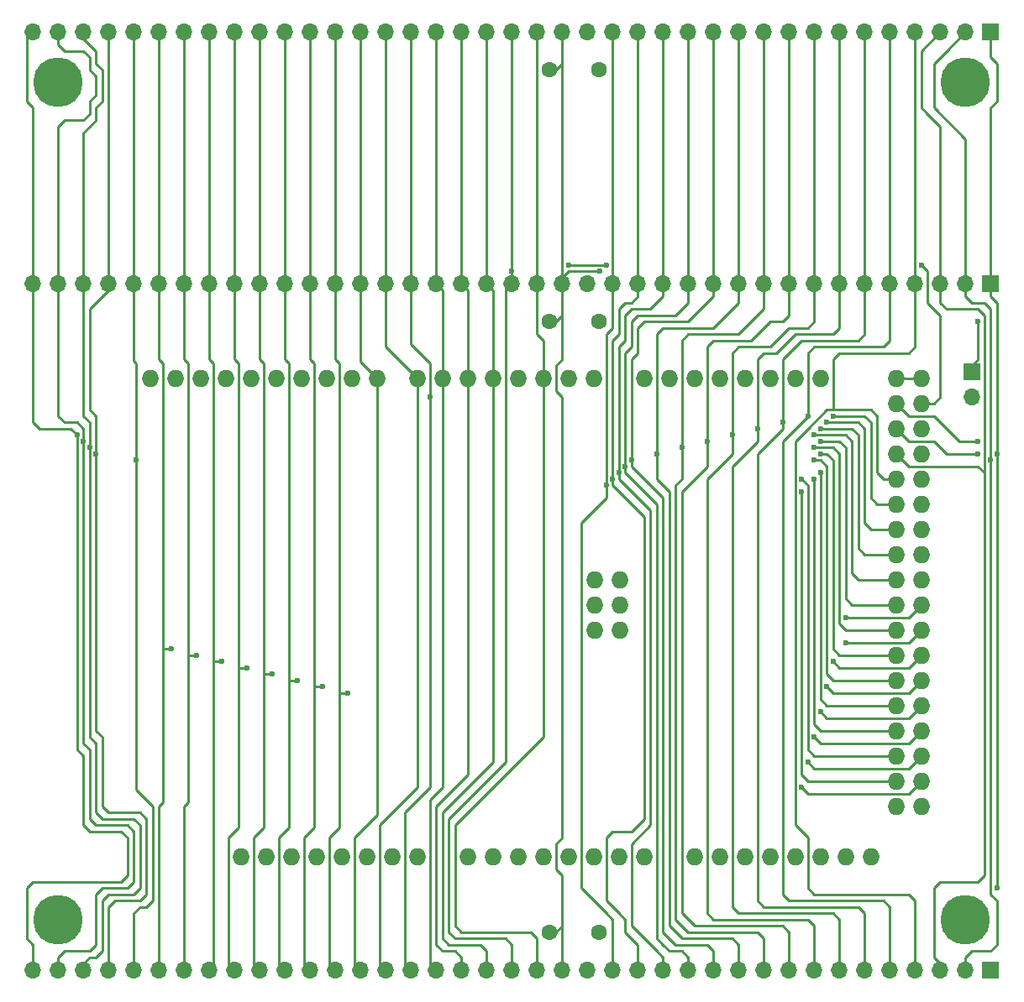
<source format=gtl>
G04 #@! TF.FileFunction,Copper,L1,Top,Signal*
%FSLAX46Y46*%
G04 Gerber Fmt 4.6, Leading zero omitted, Abs format (unit mm)*
G04 Created by KiCad (PCBNEW 4.0.7) date 11/28/19 15:57:59*
%MOMM*%
%LPD*%
G01*
G04 APERTURE LIST*
%ADD10C,0.100000*%
%ADD11R,1.700000X1.700000*%
%ADD12O,1.700000X1.700000*%
%ADD13C,5.000000*%
%ADD14O,1.727200X1.727200*%
%ADD15C,1.600000*%
%ADD16C,0.600000*%
%ADD17C,0.250000*%
G04 APERTURE END LIST*
D10*
D11*
X198120000Y-145415000D03*
D12*
X195580000Y-145415000D03*
X193040000Y-145415000D03*
X190500000Y-145415000D03*
X187960000Y-145415000D03*
X185420000Y-145415000D03*
X182880000Y-145415000D03*
X180340000Y-145415000D03*
X177800000Y-145415000D03*
X175260000Y-145415000D03*
X172720000Y-145415000D03*
X170180000Y-145415000D03*
X167640000Y-145415000D03*
X165100000Y-145415000D03*
X162560000Y-145415000D03*
X160020000Y-145415000D03*
X157480000Y-145415000D03*
X154940000Y-145415000D03*
X152400000Y-145415000D03*
X149860000Y-145415000D03*
X147320000Y-145415000D03*
X144780000Y-145415000D03*
X142240000Y-145415000D03*
X139700000Y-145415000D03*
X137160000Y-145415000D03*
X134620000Y-145415000D03*
X132080000Y-145415000D03*
X129540000Y-145415000D03*
X127000000Y-145415000D03*
X124460000Y-145415000D03*
X121920000Y-145415000D03*
X119380000Y-145415000D03*
X116840000Y-145415000D03*
X114300000Y-145415000D03*
X111760000Y-145415000D03*
X109220000Y-145415000D03*
X106680000Y-145415000D03*
X104140000Y-145415000D03*
X101600000Y-145415000D03*
D13*
X104140000Y-140335000D03*
X195580000Y-140335000D03*
X195580000Y-55880000D03*
X104140000Y-55880000D03*
D11*
X196215000Y-85090000D03*
D12*
X196215000Y-87630000D03*
D14*
X158242000Y-111125000D03*
X160782000Y-111125000D03*
X160782000Y-108585000D03*
X158242000Y-108585000D03*
X160782000Y-106045000D03*
X145415000Y-133985000D03*
X140335000Y-133985000D03*
X137795000Y-133985000D03*
X135255000Y-133985000D03*
X132715000Y-133985000D03*
X130175000Y-133985000D03*
X127635000Y-133985000D03*
X125095000Y-133985000D03*
X180975000Y-85725000D03*
X178435000Y-85725000D03*
X175895000Y-85725000D03*
X173355000Y-85725000D03*
X170815000Y-85725000D03*
X168275000Y-85725000D03*
X165735000Y-85725000D03*
X163195000Y-85725000D03*
X158115000Y-85725000D03*
X155575000Y-85725000D03*
X153035000Y-85725000D03*
X150495000Y-85725000D03*
X147955000Y-85725000D03*
X145415000Y-85725000D03*
X142875000Y-85725000D03*
X140335000Y-85725000D03*
X121031000Y-85725000D03*
X136271000Y-85725000D03*
X133731000Y-85725000D03*
X131191000Y-85725000D03*
X113411000Y-85725000D03*
X115951000Y-85725000D03*
X118491000Y-85725000D03*
X123571000Y-85725000D03*
X126111000Y-85725000D03*
X128651000Y-85725000D03*
X122555000Y-133985000D03*
X147955000Y-133985000D03*
X150495000Y-133985000D03*
X153035000Y-133985000D03*
X155575000Y-133985000D03*
X158115000Y-133985000D03*
X160655000Y-133985000D03*
X163195000Y-133985000D03*
X168275000Y-133985000D03*
X170815000Y-133985000D03*
X173355000Y-133985000D03*
X175895000Y-133985000D03*
X178435000Y-133985000D03*
X180975000Y-133985000D03*
X183515000Y-133985000D03*
X186055000Y-133985000D03*
X188595000Y-85725000D03*
X191135000Y-85725000D03*
X188595000Y-88265000D03*
X191135000Y-88265000D03*
X188595000Y-90805000D03*
X191135000Y-90805000D03*
X188595000Y-93345000D03*
X191135000Y-93345000D03*
X188595000Y-95885000D03*
X191135000Y-95885000D03*
X188595000Y-98425000D03*
X191135000Y-98425000D03*
X188595000Y-100965000D03*
X191135000Y-100965000D03*
X188595000Y-103505000D03*
X191135000Y-103505000D03*
X188595000Y-106045000D03*
X191135000Y-106045000D03*
X188595000Y-108585000D03*
X191135000Y-108585000D03*
X188595000Y-111125000D03*
X191135000Y-111125000D03*
X188595000Y-113665000D03*
X191135000Y-113665000D03*
X188595000Y-116205000D03*
X191135000Y-116205000D03*
X188595000Y-118745000D03*
X191135000Y-118745000D03*
X188595000Y-121285000D03*
X191135000Y-121285000D03*
X188595000Y-123825000D03*
X191135000Y-123825000D03*
X188595000Y-126365000D03*
X191135000Y-126365000D03*
X188595000Y-128905000D03*
X191135000Y-128905000D03*
X158242000Y-106045000D03*
D11*
X198120000Y-76200000D03*
D12*
X195580000Y-76200000D03*
X193040000Y-76200000D03*
X190500000Y-76200000D03*
X187960000Y-76200000D03*
X185420000Y-76200000D03*
X182880000Y-76200000D03*
X180340000Y-76200000D03*
X177800000Y-76200000D03*
X175260000Y-76200000D03*
X172720000Y-76200000D03*
X170180000Y-76200000D03*
X167640000Y-76200000D03*
X165100000Y-76200000D03*
X162560000Y-76200000D03*
X160020000Y-76200000D03*
X157480000Y-76200000D03*
X154940000Y-76200000D03*
X152400000Y-76200000D03*
X149860000Y-76200000D03*
X147320000Y-76200000D03*
X144780000Y-76200000D03*
X142240000Y-76200000D03*
X139700000Y-76200000D03*
X137160000Y-76200000D03*
X134620000Y-76200000D03*
X132080000Y-76200000D03*
X129540000Y-76200000D03*
X127000000Y-76200000D03*
X124460000Y-76200000D03*
X121920000Y-76200000D03*
X119380000Y-76200000D03*
X116840000Y-76200000D03*
X114300000Y-76200000D03*
X111760000Y-76200000D03*
X109220000Y-76200000D03*
X106680000Y-76200000D03*
X104140000Y-76200000D03*
X101600000Y-76200000D03*
D11*
X198120000Y-50800000D03*
D12*
X195580000Y-50800000D03*
X193040000Y-50800000D03*
X190500000Y-50800000D03*
X187960000Y-50800000D03*
X185420000Y-50800000D03*
X182880000Y-50800000D03*
X180340000Y-50800000D03*
X177800000Y-50800000D03*
X175260000Y-50800000D03*
X172720000Y-50800000D03*
X170180000Y-50800000D03*
X167640000Y-50800000D03*
X165100000Y-50800000D03*
X162560000Y-50800000D03*
X160020000Y-50800000D03*
X157480000Y-50800000D03*
X154940000Y-50800000D03*
X152400000Y-50800000D03*
X149860000Y-50800000D03*
X147320000Y-50800000D03*
X144780000Y-50800000D03*
X142240000Y-50800000D03*
X139700000Y-50800000D03*
X137160000Y-50800000D03*
X134620000Y-50800000D03*
X132080000Y-50800000D03*
X129540000Y-50800000D03*
X127000000Y-50800000D03*
X124460000Y-50800000D03*
X121920000Y-50800000D03*
X119380000Y-50800000D03*
X116840000Y-50800000D03*
X114300000Y-50800000D03*
X111760000Y-50800000D03*
X109220000Y-50800000D03*
X106680000Y-50800000D03*
X104140000Y-50800000D03*
X101600000Y-50800000D03*
D15*
X153670000Y-54610000D03*
X158670000Y-54610000D03*
X153670000Y-80010000D03*
X158670000Y-80010000D03*
X153670000Y-141605000D03*
X158670000Y-141605000D03*
D16*
X158750000Y-74930000D03*
X196850000Y-80010000D03*
X198755000Y-93345000D03*
X196850000Y-92075000D03*
X198755000Y-137160000D03*
X198120000Y-93980000D03*
X196850000Y-93345000D03*
X179705000Y-89535000D03*
X182245000Y-89535000D03*
X177165000Y-90170000D03*
X181610000Y-90170000D03*
X174625000Y-90805000D03*
X180975000Y-90805000D03*
X172085000Y-91440000D03*
X180340000Y-91440000D03*
X169545000Y-92075000D03*
X180975000Y-92075000D03*
X167005000Y-92710000D03*
X180340000Y-92710000D03*
X164465000Y-93345000D03*
X180975000Y-93345000D03*
X161925000Y-93980000D03*
X180340000Y-93980000D03*
X161290000Y-94615000D03*
X180975000Y-95250000D03*
X160655000Y-95250000D03*
X180340000Y-95885000D03*
X160020000Y-95885000D03*
X179070000Y-95885000D03*
X159385000Y-96520000D03*
X179070000Y-97155000D03*
X141605000Y-87630000D03*
X133350000Y-117475000D03*
X179070000Y-127000000D03*
X130810000Y-116840000D03*
X179705000Y-124460000D03*
X128270000Y-116205000D03*
X180340000Y-121920000D03*
X180975000Y-119380000D03*
X125730000Y-115570000D03*
X181610000Y-116840000D03*
X123190000Y-114935000D03*
X182245000Y-114300000D03*
X120650000Y-114300000D03*
X183515000Y-112395000D03*
X118110000Y-113665000D03*
X183515000Y-109855000D03*
X115570000Y-113030000D03*
X149860000Y-74930000D03*
X155575000Y-74295000D03*
X159385000Y-74295000D03*
X191135000Y-74295000D03*
X112014000Y-93980000D03*
X107950000Y-93345000D03*
X107315000Y-92710000D03*
X106680000Y-92075000D03*
X106045000Y-91440000D03*
D17*
X155575000Y-74930000D02*
X158750000Y-74930000D01*
X154940000Y-75565000D02*
X155575000Y-74930000D01*
X154940000Y-76200000D02*
X154940000Y-75565000D01*
X196850000Y-83820000D02*
X196215000Y-84455000D01*
X196850000Y-80010000D02*
X196850000Y-83820000D01*
X196215000Y-84455000D02*
X196215000Y-85090000D01*
X153670000Y-141605000D02*
X154305000Y-141605000D01*
X154305000Y-141605000D02*
X154940000Y-140970000D01*
X154940000Y-87630000D02*
X154940000Y-132080000D01*
X154940000Y-83820000D02*
X154305000Y-84455000D01*
X154305000Y-84455000D02*
X154305000Y-86995000D01*
X154305000Y-86995000D02*
X154940000Y-87630000D01*
X154940000Y-79375000D02*
X154940000Y-83820000D01*
X154940000Y-135890000D02*
X154940000Y-140970000D01*
X154940000Y-140970000D02*
X154940000Y-142875000D01*
X154305000Y-135255000D02*
X154940000Y-135890000D01*
X154305000Y-132715000D02*
X154305000Y-135255000D01*
X154940000Y-132080000D02*
X154305000Y-132715000D01*
X153670000Y-80010000D02*
X154305000Y-80010000D01*
X154305000Y-80010000D02*
X154940000Y-79375000D01*
X154940000Y-79375000D02*
X154940000Y-78740000D01*
X153670000Y-54610000D02*
X154305000Y-54610000D01*
X154305000Y-54610000D02*
X154940000Y-53975000D01*
X154940000Y-76200000D02*
X154940000Y-74930000D01*
X154940000Y-74930000D02*
X154940000Y-53975000D01*
X154940000Y-53975000D02*
X154940000Y-53340000D01*
X154940000Y-50800000D02*
X154940000Y-53340000D01*
X154940000Y-76200000D02*
X154940000Y-78740000D01*
X154940000Y-145415000D02*
X154940000Y-142875000D01*
X191770000Y-89535000D02*
X192405000Y-89535000D01*
X192405000Y-89535000D02*
X194945000Y-92075000D01*
X196850000Y-92075000D02*
X194945000Y-92075000D01*
X188595000Y-88265000D02*
X189865000Y-89535000D01*
X189865000Y-89535000D02*
X191770000Y-89535000D01*
X188595000Y-88265000D02*
X188595000Y-87630000D01*
X198755000Y-93345000D02*
X198755000Y-137160000D01*
X198120000Y-76200000D02*
X198120000Y-77470000D01*
X198755000Y-78105000D02*
X198755000Y-93345000D01*
X198755000Y-78105000D02*
X198120000Y-77470000D01*
X198120000Y-53340000D02*
X198755000Y-53975000D01*
X198755000Y-57785000D02*
X198120000Y-58420000D01*
X198755000Y-53975000D02*
X198755000Y-57785000D01*
X198120000Y-76200000D02*
X198120000Y-58420000D01*
X198120000Y-53340000D02*
X198120000Y-50800000D01*
X191770000Y-92075000D02*
X192405000Y-92075000D01*
X192405000Y-92075000D02*
X193675000Y-93345000D01*
X196850000Y-93345000D02*
X193675000Y-93345000D01*
X188595000Y-90805000D02*
X189865000Y-92075000D01*
X189865000Y-92075000D02*
X191770000Y-92075000D01*
X198120000Y-137795000D02*
X198120000Y-93980000D01*
X198120000Y-93980000D02*
X198120000Y-78740000D01*
X195580000Y-144145000D02*
X196215000Y-143510000D01*
X196215000Y-143510000D02*
X198120000Y-143510000D01*
X198120000Y-143510000D02*
X198755000Y-142875000D01*
X198755000Y-142875000D02*
X198755000Y-138430000D01*
X198755000Y-138430000D02*
X198120000Y-137795000D01*
X195580000Y-145415000D02*
X195580000Y-144145000D01*
X195580000Y-77470000D02*
X195580000Y-76200000D01*
X196215000Y-78105000D02*
X195580000Y-77470000D01*
X197485000Y-78105000D02*
X196215000Y-78105000D01*
X198120000Y-78740000D02*
X197485000Y-78105000D01*
X193675000Y-52705000D02*
X192405000Y-53975000D01*
X192405000Y-53975000D02*
X192405000Y-58420000D01*
X195580000Y-50800000D02*
X193675000Y-52705000D01*
X192405000Y-58420000D02*
X195580000Y-61595000D01*
X195580000Y-76200000D02*
X195580000Y-61595000D01*
X188595000Y-93345000D02*
X189865000Y-94615000D01*
X196850000Y-94615000D02*
X197485000Y-95250000D01*
X189865000Y-94615000D02*
X196850000Y-94615000D01*
X197485000Y-135890000D02*
X197485000Y-95250000D01*
X197485000Y-95250000D02*
X197485000Y-79375000D01*
X196850000Y-136525000D02*
X197485000Y-135890000D01*
X193040000Y-136525000D02*
X196850000Y-136525000D01*
X192405000Y-137160000D02*
X193040000Y-136525000D01*
X192405000Y-144145000D02*
X192405000Y-137160000D01*
X193040000Y-144780000D02*
X192405000Y-144145000D01*
X193040000Y-78105000D02*
X193040000Y-76200000D01*
X193675000Y-78740000D02*
X193040000Y-78105000D01*
X196850000Y-78740000D02*
X193675000Y-78740000D01*
X197485000Y-79375000D02*
X196850000Y-78740000D01*
X193040000Y-145415000D02*
X193040000Y-144780000D01*
X191770000Y-59055000D02*
X193040000Y-60325000D01*
X191135000Y-58420000D02*
X191770000Y-59055000D01*
X191135000Y-53340000D02*
X191135000Y-58420000D01*
X193040000Y-76200000D02*
X193040000Y-60325000D01*
X191135000Y-52705000D02*
X193040000Y-50800000D01*
X191135000Y-53340000D02*
X191135000Y-52705000D01*
X179705000Y-90805000D02*
X178435000Y-92075000D01*
X178435000Y-130810000D02*
X179705000Y-132080000D01*
X178435000Y-92075000D02*
X178435000Y-130810000D01*
X182245000Y-88900000D02*
X181610000Y-88900000D01*
X182245000Y-88265000D02*
X182245000Y-88900000D01*
X186690000Y-89535000D02*
X186055000Y-88900000D01*
X187325000Y-95885000D02*
X186690000Y-95250000D01*
X186690000Y-95250000D02*
X186690000Y-89535000D01*
X188595000Y-95885000D02*
X187325000Y-95885000D01*
X186055000Y-88900000D02*
X182245000Y-88900000D01*
X190500000Y-78105000D02*
X190500000Y-82550000D01*
X182880000Y-83185000D02*
X182245000Y-83820000D01*
X189865000Y-83185000D02*
X182880000Y-83185000D01*
X190500000Y-82550000D02*
X189865000Y-83185000D01*
X190500000Y-76200000D02*
X190500000Y-50800000D01*
X179705000Y-132080000D02*
X179705000Y-137160000D01*
X181610000Y-88900000D02*
X179705000Y-90805000D01*
X190500000Y-138430000D02*
X190500000Y-145415000D01*
X189865000Y-137795000D02*
X190500000Y-138430000D01*
X180340000Y-137795000D02*
X189865000Y-137795000D01*
X179705000Y-137160000D02*
X180340000Y-137795000D01*
X190500000Y-76200000D02*
X190500000Y-78105000D01*
X182245000Y-83820000D02*
X182245000Y-87630000D01*
X182245000Y-87630000D02*
X182245000Y-88265000D01*
X186055000Y-96520000D02*
X186055000Y-97790000D01*
X186690000Y-98425000D02*
X187325000Y-98425000D01*
X186055000Y-97790000D02*
X186690000Y-98425000D01*
X186055000Y-90170000D02*
X185420000Y-89535000D01*
X182245000Y-89535000D02*
X185420000Y-89535000D01*
X186055000Y-96520000D02*
X186055000Y-90170000D01*
X188595000Y-98425000D02*
X187325000Y-98425000D01*
X187960000Y-77470000D02*
X187960000Y-81915000D01*
X179705000Y-87630000D02*
X179705000Y-88900000D01*
X180340000Y-82550000D02*
X179705000Y-83185000D01*
X179705000Y-83185000D02*
X179705000Y-87630000D01*
X187960000Y-76200000D02*
X187960000Y-77470000D01*
X187960000Y-81915000D02*
X187325000Y-82550000D01*
X187325000Y-82550000D02*
X180340000Y-82550000D01*
X177165000Y-135255000D02*
X177165000Y-137795000D01*
X179705000Y-89535000D02*
X177165000Y-92075000D01*
X177165000Y-92075000D02*
X177165000Y-96520000D01*
X179705000Y-88900000D02*
X179705000Y-89535000D01*
X177165000Y-96520000D02*
X177165000Y-135255000D01*
X187960000Y-139065000D02*
X187960000Y-145415000D01*
X187325000Y-138430000D02*
X187960000Y-139065000D01*
X177800000Y-138430000D02*
X187325000Y-138430000D01*
X177165000Y-137795000D02*
X177800000Y-138430000D01*
X187960000Y-50800000D02*
X187960000Y-76200000D01*
X185420000Y-97155000D02*
X185420000Y-100330000D01*
X186055000Y-100965000D02*
X186690000Y-100965000D01*
X185420000Y-100330000D02*
X186055000Y-100965000D01*
X185420000Y-97155000D02*
X185420000Y-90805000D01*
X184785000Y-90170000D02*
X181610000Y-90170000D01*
X185420000Y-90805000D02*
X184785000Y-90170000D01*
X188595000Y-100965000D02*
X186690000Y-100965000D01*
X177800000Y-83185000D02*
X179070000Y-81915000D01*
X177165000Y-83820000D02*
X177800000Y-83185000D01*
X177165000Y-84455000D02*
X177165000Y-89535000D01*
X177165000Y-84455000D02*
X177165000Y-83820000D01*
X184785000Y-81915000D02*
X179705000Y-81915000D01*
X185420000Y-81280000D02*
X184785000Y-81915000D01*
X185420000Y-76200000D02*
X185420000Y-81280000D01*
X179070000Y-81915000D02*
X179705000Y-81915000D01*
X174625000Y-135255000D02*
X174625000Y-138430000D01*
X174625000Y-138430000D02*
X175260000Y-139065000D01*
X175260000Y-139065000D02*
X184785000Y-139065000D01*
X184785000Y-139065000D02*
X185420000Y-139700000D01*
X185420000Y-139700000D02*
X185420000Y-145415000D01*
X174625000Y-97155000D02*
X174625000Y-135255000D01*
X174625000Y-93345000D02*
X174625000Y-97155000D01*
X177165000Y-90170000D02*
X177165000Y-90805000D01*
X177165000Y-90805000D02*
X174625000Y-93345000D01*
X177165000Y-89535000D02*
X177165000Y-90170000D01*
X185420000Y-76200000D02*
X185420000Y-50800000D01*
X184785000Y-97790000D02*
X184785000Y-102870000D01*
X185420000Y-103505000D02*
X186055000Y-103505000D01*
X184785000Y-102870000D02*
X185420000Y-103505000D01*
X184785000Y-97790000D02*
X184785000Y-91440000D01*
X184150000Y-90805000D02*
X180975000Y-90805000D01*
X184785000Y-91440000D02*
X184150000Y-90805000D01*
X188595000Y-103505000D02*
X186055000Y-103505000D01*
X182880000Y-76200000D02*
X182880000Y-80645000D01*
X178435000Y-81280000D02*
X176530000Y-83185000D01*
X174625000Y-83820000D02*
X174625000Y-89535000D01*
X176530000Y-83185000D02*
X175260000Y-83185000D01*
X175260000Y-83185000D02*
X174625000Y-83820000D01*
X182880000Y-80645000D02*
X182245000Y-81280000D01*
X182245000Y-81280000D02*
X178435000Y-81280000D01*
X172085000Y-135890000D02*
X172085000Y-139065000D01*
X172085000Y-97790000D02*
X172085000Y-135890000D01*
X172085000Y-94615000D02*
X172085000Y-97790000D01*
X174625000Y-92075000D02*
X172085000Y-94615000D01*
X174625000Y-90805000D02*
X174625000Y-92075000D01*
X182880000Y-140335000D02*
X182880000Y-145415000D01*
X182245000Y-139700000D02*
X182880000Y-140335000D01*
X172720000Y-139700000D02*
X182245000Y-139700000D01*
X172085000Y-139065000D02*
X172720000Y-139700000D01*
X174625000Y-90170000D02*
X174625000Y-90805000D01*
X174625000Y-89535000D02*
X174625000Y-90170000D01*
X182880000Y-76835000D02*
X182880000Y-76200000D01*
X182880000Y-50800000D02*
X182880000Y-76200000D01*
X184150000Y-98425000D02*
X184150000Y-105410000D01*
X184785000Y-106045000D02*
X185420000Y-106045000D01*
X184150000Y-105410000D02*
X184785000Y-106045000D01*
X184150000Y-98425000D02*
X184150000Y-92075000D01*
X188595000Y-106045000D02*
X185420000Y-106045000D01*
X183515000Y-91440000D02*
X180340000Y-91440000D01*
X184150000Y-92075000D02*
X183515000Y-91440000D01*
X180340000Y-78105000D02*
X180340000Y-80010000D01*
X179705000Y-80645000D02*
X177800000Y-80645000D01*
X180340000Y-80010000D02*
X179705000Y-80645000D01*
X170180000Y-140335000D02*
X179705000Y-140335000D01*
X169545000Y-139700000D02*
X170180000Y-140335000D01*
X172085000Y-91440000D02*
X172085000Y-93345000D01*
X169545000Y-98425000D02*
X169545000Y-132715000D01*
X169545000Y-95885000D02*
X169545000Y-98425000D01*
X172085000Y-93345000D02*
X169545000Y-95885000D01*
X169545000Y-132715000D02*
X169545000Y-139700000D01*
X180340000Y-140970000D02*
X180340000Y-145415000D01*
X179705000Y-140335000D02*
X180340000Y-140970000D01*
X175895000Y-82550000D02*
X177800000Y-80645000D01*
X172085000Y-83185000D02*
X172085000Y-89535000D01*
X172085000Y-89535000D02*
X172085000Y-90170000D01*
X172085000Y-90170000D02*
X172085000Y-91440000D01*
X172720000Y-82550000D02*
X172085000Y-83185000D01*
X175895000Y-82550000D02*
X172720000Y-82550000D01*
X180340000Y-76200000D02*
X180340000Y-78105000D01*
X180340000Y-76200000D02*
X180340000Y-50800000D01*
X188595000Y-108585000D02*
X184150000Y-108585000D01*
X182880000Y-92075000D02*
X180975000Y-92075000D01*
X183515000Y-92710000D02*
X182880000Y-92075000D01*
X183515000Y-107950000D02*
X183515000Y-92710000D01*
X184150000Y-108585000D02*
X183515000Y-107950000D01*
X177165000Y-80010000D02*
X175895000Y-80010000D01*
X175895000Y-80010000D02*
X173990000Y-81915000D01*
X177800000Y-79375000D02*
X177165000Y-80010000D01*
X167005000Y-135890000D02*
X167005000Y-139700000D01*
X169545000Y-88265000D02*
X169545000Y-92075000D01*
X169545000Y-92075000D02*
X169545000Y-94615000D01*
X173990000Y-81915000D02*
X170180000Y-81915000D01*
X170180000Y-81915000D02*
X169545000Y-82550000D01*
X169545000Y-82550000D02*
X169545000Y-88265000D01*
X177800000Y-76200000D02*
X177800000Y-79375000D01*
X169545000Y-94615000D02*
X167005000Y-97155000D01*
X167005000Y-135890000D02*
X167005000Y-97155000D01*
X177800000Y-141605000D02*
X177800000Y-145415000D01*
X177165000Y-140970000D02*
X177800000Y-141605000D01*
X168275000Y-140970000D02*
X177165000Y-140970000D01*
X167005000Y-139700000D02*
X168275000Y-140970000D01*
X177800000Y-50800000D02*
X177800000Y-76200000D01*
X188595000Y-111125000D02*
X183515000Y-111125000D01*
X182245000Y-92710000D02*
X180340000Y-92710000D01*
X182880000Y-93345000D02*
X182245000Y-92710000D01*
X182880000Y-110490000D02*
X182880000Y-93345000D01*
X183515000Y-111125000D02*
X182880000Y-110490000D01*
X175260000Y-78740000D02*
X172720000Y-81280000D01*
X166370000Y-118745000D02*
X166370000Y-140335000D01*
X166370000Y-96520000D02*
X167005000Y-95885000D01*
X175260000Y-76200000D02*
X175260000Y-78740000D01*
X167005000Y-81915000D02*
X167005000Y-88265000D01*
X167640000Y-81280000D02*
X167005000Y-81915000D01*
X172720000Y-81280000D02*
X167640000Y-81280000D01*
X167005000Y-88265000D02*
X167005000Y-92710000D01*
X167005000Y-92710000D02*
X167005000Y-95885000D01*
X166370000Y-118745000D02*
X166370000Y-96520000D01*
X175260000Y-142240000D02*
X175260000Y-145415000D01*
X174625000Y-141605000D02*
X175260000Y-142240000D01*
X167640000Y-141605000D02*
X174625000Y-141605000D01*
X166370000Y-140335000D02*
X167640000Y-141605000D01*
X175260000Y-76200000D02*
X175260000Y-50800000D01*
X188595000Y-113665000D02*
X182880000Y-113665000D01*
X181610000Y-93345000D02*
X180975000Y-93345000D01*
X182245000Y-93980000D02*
X181610000Y-93345000D01*
X182245000Y-113030000D02*
X182245000Y-93980000D01*
X182880000Y-113665000D02*
X182245000Y-113030000D01*
X172720000Y-78105000D02*
X170180000Y-80645000D01*
X164465000Y-83185000D02*
X164465000Y-81280000D01*
X164465000Y-81280000D02*
X165100000Y-80645000D01*
X165100000Y-80645000D02*
X170180000Y-80645000D01*
X165735000Y-140970000D02*
X165735000Y-97155000D01*
X172720000Y-142875000D02*
X172085000Y-142240000D01*
X172085000Y-142240000D02*
X167005000Y-142240000D01*
X167005000Y-142240000D02*
X165735000Y-140970000D01*
X172720000Y-145415000D02*
X172720000Y-142875000D01*
X164465000Y-95885000D02*
X164465000Y-93345000D01*
X164465000Y-93345000D02*
X164465000Y-83185000D01*
X165735000Y-97155000D02*
X164465000Y-95885000D01*
X172720000Y-78105000D02*
X172720000Y-76200000D01*
X172720000Y-50800000D02*
X172720000Y-76200000D01*
X188595000Y-116205000D02*
X182245000Y-116205000D01*
X180975000Y-93980000D02*
X180340000Y-93980000D01*
X181610000Y-94615000D02*
X180975000Y-93980000D01*
X181610000Y-115570000D02*
X181610000Y-94615000D01*
X182245000Y-116205000D02*
X181610000Y-115570000D01*
X167640000Y-80010000D02*
X170180000Y-77470000D01*
X165100000Y-97790000D02*
X165100000Y-141605000D01*
X161925000Y-94615000D02*
X165100000Y-97790000D01*
X170180000Y-76200000D02*
X170180000Y-77470000D01*
X161925000Y-83820000D02*
X161925000Y-86995000D01*
X162560000Y-83185000D02*
X161925000Y-83820000D01*
X162560000Y-80645000D02*
X162560000Y-83185000D01*
X163195000Y-80010000D02*
X162560000Y-80645000D01*
X167640000Y-80010000D02*
X163195000Y-80010000D01*
X161925000Y-86995000D02*
X161925000Y-93980000D01*
X161925000Y-93980000D02*
X161925000Y-94615000D01*
X170180000Y-143510000D02*
X170180000Y-145415000D01*
X169545000Y-142875000D02*
X170180000Y-143510000D01*
X166370000Y-142875000D02*
X169545000Y-142875000D01*
X165100000Y-141605000D02*
X166370000Y-142875000D01*
X170180000Y-76200000D02*
X170180000Y-50800000D01*
X188595000Y-118745000D02*
X181610000Y-118745000D01*
X180975000Y-118110000D02*
X180975000Y-95250000D01*
X181610000Y-118745000D02*
X180975000Y-118110000D01*
X167640000Y-78105000D02*
X166370000Y-79375000D01*
X165100000Y-142875000D02*
X165735000Y-143510000D01*
X167005000Y-143510000D02*
X167640000Y-144145000D01*
X165735000Y-143510000D02*
X167005000Y-143510000D01*
X164465000Y-135255000D02*
X164465000Y-141605000D01*
X161290000Y-95250000D02*
X164465000Y-98425000D01*
X164465000Y-98425000D02*
X164465000Y-135255000D01*
X167640000Y-76200000D02*
X167640000Y-78105000D01*
X161290000Y-83185000D02*
X161290000Y-86995000D01*
X161925000Y-82550000D02*
X161290000Y-83185000D01*
X161925000Y-80010000D02*
X161925000Y-82550000D01*
X162560000Y-79375000D02*
X161925000Y-80010000D01*
X166370000Y-79375000D02*
X162560000Y-79375000D01*
X161290000Y-86995000D02*
X161290000Y-94615000D01*
X161290000Y-94615000D02*
X161290000Y-95250000D01*
X167640000Y-144145000D02*
X167640000Y-145415000D01*
X164465000Y-142240000D02*
X165100000Y-142875000D01*
X164465000Y-141605000D02*
X164465000Y-142240000D01*
X167640000Y-50800000D02*
X167640000Y-76200000D01*
X188595000Y-121285000D02*
X180975000Y-121285000D01*
X180340000Y-120650000D02*
X180340000Y-95885000D01*
X180975000Y-121285000D02*
X180340000Y-120650000D01*
X165100000Y-77470000D02*
X163830000Y-78740000D01*
X165100000Y-76200000D02*
X165100000Y-77470000D01*
X163830000Y-78740000D02*
X161925000Y-78740000D01*
X161925000Y-139065000D02*
X161925000Y-140970000D01*
X161925000Y-140970000D02*
X164465000Y-143510000D01*
X160655000Y-86995000D02*
X160655000Y-95250000D01*
X160655000Y-95250000D02*
X160655000Y-95885000D01*
X161925000Y-78740000D02*
X161290000Y-79375000D01*
X161290000Y-79375000D02*
X161290000Y-81915000D01*
X161290000Y-81915000D02*
X160655000Y-82550000D01*
X160655000Y-82550000D02*
X160655000Y-86995000D01*
X165100000Y-144145000D02*
X165100000Y-145415000D01*
X164465000Y-143510000D02*
X165100000Y-144145000D01*
X161925000Y-132715000D02*
X161925000Y-139065000D01*
X163830000Y-130810000D02*
X161925000Y-132715000D01*
X163830000Y-99060000D02*
X163830000Y-130810000D01*
X160655000Y-95885000D02*
X163830000Y-99060000D01*
X165100000Y-76200000D02*
X165100000Y-50800000D01*
X179705000Y-118745000D02*
X179705000Y-96520000D01*
X180340000Y-123825000D02*
X179705000Y-123190000D01*
X179705000Y-123190000D02*
X179705000Y-118745000D01*
X188595000Y-123825000D02*
X180340000Y-123825000D01*
X179705000Y-96520000D02*
X179070000Y-95885000D01*
X162560000Y-76200000D02*
X162560000Y-77470000D01*
X162560000Y-77470000D02*
X161925000Y-78105000D01*
X161925000Y-78105000D02*
X161290000Y-78105000D01*
X161290000Y-78105000D02*
X160655000Y-78740000D01*
X160655000Y-139700000D02*
X161290000Y-140335000D01*
X161290000Y-140335000D02*
X161290000Y-141605000D01*
X162560000Y-145415000D02*
X162560000Y-142875000D01*
X162560000Y-142875000D02*
X161290000Y-141605000D01*
X159385000Y-137795000D02*
X159385000Y-138430000D01*
X159385000Y-138430000D02*
X160655000Y-139700000D01*
X163195000Y-99695000D02*
X163195000Y-130175000D01*
X160020000Y-96520000D02*
X163195000Y-99695000D01*
X160020000Y-81915000D02*
X160020000Y-86995000D01*
X160655000Y-81280000D02*
X160020000Y-81915000D01*
X160655000Y-78740000D02*
X160655000Y-81280000D01*
X160020000Y-86995000D02*
X160020000Y-95885000D01*
X160020000Y-95885000D02*
X160020000Y-96520000D01*
X159385000Y-132080000D02*
X159385000Y-137795000D01*
X160020000Y-131445000D02*
X159385000Y-132080000D01*
X161925000Y-131445000D02*
X160020000Y-131445000D01*
X163195000Y-130175000D02*
X161925000Y-131445000D01*
X162560000Y-144780000D02*
X162560000Y-145415000D01*
X162560000Y-50800000D02*
X162560000Y-76200000D01*
X179070000Y-99695000D02*
X179070000Y-97155000D01*
X179705000Y-126365000D02*
X179070000Y-125730000D01*
X179070000Y-125730000D02*
X179070000Y-99695000D01*
X188595000Y-126365000D02*
X179705000Y-126365000D01*
X159385000Y-86995000D02*
X159385000Y-96520000D01*
X159385000Y-96520000D02*
X159385000Y-97790000D01*
X159385000Y-97790000D02*
X156845000Y-100330000D01*
X156845000Y-137160000D02*
X159385000Y-139700000D01*
X156845000Y-137160000D02*
X156845000Y-100330000D01*
X160020000Y-140335000D02*
X160020000Y-145415000D01*
X160020000Y-140335000D02*
X159385000Y-139700000D01*
X159385000Y-83185000D02*
X159385000Y-86995000D01*
X160020000Y-76200000D02*
X160020000Y-80645000D01*
X159385000Y-83185000D02*
X159385000Y-81915000D01*
X159385000Y-81280000D02*
X160020000Y-80645000D01*
X159385000Y-81915000D02*
X159385000Y-81280000D01*
X160020000Y-76200000D02*
X160020000Y-50800000D01*
X145415000Y-85725000D02*
X145415000Y-125730000D01*
X144780000Y-144145000D02*
X144780000Y-145415000D01*
X144145000Y-143510000D02*
X144780000Y-144145000D01*
X142875000Y-143510000D02*
X144145000Y-143510000D01*
X142240000Y-142875000D02*
X142875000Y-143510000D01*
X142240000Y-128905000D02*
X142240000Y-142875000D01*
X145415000Y-125730000D02*
X142240000Y-128905000D01*
X145415000Y-85725000D02*
X145415000Y-76835000D01*
X145415000Y-76835000D02*
X144780000Y-76200000D01*
X144780000Y-50800000D02*
X144780000Y-76200000D01*
X141605000Y-136525000D02*
X141605000Y-144780000D01*
X142875000Y-127000000D02*
X141605000Y-128270000D01*
X141605000Y-128270000D02*
X141605000Y-136525000D01*
X142875000Y-85725000D02*
X142875000Y-127000000D01*
X141605000Y-144780000D02*
X142240000Y-145415000D01*
X142875000Y-85725000D02*
X142875000Y-76835000D01*
X142875000Y-76835000D02*
X142240000Y-76200000D01*
X142240000Y-76200000D02*
X142240000Y-50800000D01*
X141605000Y-87503000D02*
X141605000Y-87630000D01*
X141605000Y-87630000D02*
X141605000Y-127000000D01*
X139700000Y-82296000D02*
X141605000Y-84201000D01*
X141605000Y-84201000D02*
X141605000Y-87503000D01*
X139700000Y-76200000D02*
X139700000Y-82296000D01*
X139065000Y-144780000D02*
X139700000Y-145415000D01*
X139065000Y-129540000D02*
X139065000Y-144780000D01*
X141605000Y-127000000D02*
X139065000Y-129540000D01*
X139700000Y-50800000D02*
X139700000Y-76200000D01*
X140335000Y-85725000D02*
X140335000Y-127000000D01*
X136525000Y-144780000D02*
X137160000Y-145415000D01*
X136525000Y-130810000D02*
X136525000Y-144780000D01*
X140335000Y-127000000D02*
X136525000Y-130810000D01*
X137160000Y-76200000D02*
X137160000Y-82550000D01*
X137160000Y-82550000D02*
X140335000Y-85725000D01*
X137160000Y-76200000D02*
X137160000Y-50800000D01*
X136271000Y-85725000D02*
X136271000Y-129794000D01*
X133985000Y-144780000D02*
X134620000Y-145415000D01*
X133985000Y-132080000D02*
X133985000Y-144780000D01*
X136271000Y-129794000D02*
X133985000Y-132080000D01*
X134620000Y-76200000D02*
X134620000Y-84074000D01*
X134620000Y-84074000D02*
X136271000Y-85725000D01*
X134620000Y-50800000D02*
X134620000Y-76200000D01*
X132461000Y-117475000D02*
X133350000Y-117475000D01*
X189865000Y-127635000D02*
X191135000Y-126365000D01*
X179705000Y-127635000D02*
X179070000Y-127000000D01*
X189865000Y-127635000D02*
X179705000Y-127635000D01*
X132461000Y-87503000D02*
X132461000Y-117475000D01*
X132461000Y-117475000D02*
X132461000Y-131064000D01*
X132080000Y-83820000D02*
X132461000Y-84201000D01*
X132461000Y-84201000D02*
X132461000Y-87503000D01*
X132080000Y-76200000D02*
X132080000Y-83820000D01*
X131445000Y-144780000D02*
X132080000Y-145415000D01*
X131445000Y-132080000D02*
X131445000Y-144780000D01*
X132461000Y-131064000D02*
X131445000Y-132080000D01*
X132080000Y-76200000D02*
X132080000Y-50800000D01*
X129921000Y-116840000D02*
X130810000Y-116840000D01*
X189865000Y-125095000D02*
X191135000Y-123825000D01*
X180340000Y-125095000D02*
X179705000Y-124460000D01*
X189865000Y-125095000D02*
X180340000Y-125095000D01*
X129921000Y-87503000D02*
X129921000Y-116840000D01*
X129921000Y-116840000D02*
X129921000Y-131064000D01*
X129540000Y-83820000D02*
X129921000Y-84201000D01*
X129921000Y-84201000D02*
X129921000Y-87503000D01*
X129540000Y-76200000D02*
X129540000Y-83820000D01*
X128905000Y-144780000D02*
X129540000Y-145415000D01*
X128905000Y-132080000D02*
X128905000Y-144780000D01*
X129921000Y-131064000D02*
X128905000Y-132080000D01*
X129540000Y-50800000D02*
X129540000Y-76200000D01*
X127381000Y-116205000D02*
X128270000Y-116205000D01*
X189865000Y-122555000D02*
X191135000Y-121285000D01*
X180975000Y-122555000D02*
X180340000Y-121920000D01*
X189865000Y-122555000D02*
X180975000Y-122555000D01*
X126365000Y-135255000D02*
X126365000Y-144780000D01*
X127381000Y-131064000D02*
X126365000Y-132080000D01*
X126365000Y-132080000D02*
X126365000Y-135255000D01*
X127000000Y-76200000D02*
X127000000Y-83820000D01*
X127381000Y-84201000D02*
X127381000Y-87503000D01*
X127000000Y-83820000D02*
X127381000Y-84201000D01*
X127381000Y-87503000D02*
X127381000Y-116205000D01*
X127381000Y-116205000D02*
X127381000Y-131064000D01*
X126365000Y-144780000D02*
X127000000Y-145415000D01*
X127000000Y-76200000D02*
X127000000Y-50800000D01*
X124841000Y-115570000D02*
X125730000Y-115570000D01*
X189865000Y-120015000D02*
X181610000Y-120015000D01*
X181610000Y-120015000D02*
X180975000Y-119380000D01*
X189865000Y-120015000D02*
X191135000Y-118745000D01*
X123825000Y-135890000D02*
X123825000Y-144780000D01*
X124841000Y-131064000D02*
X123825000Y-132080000D01*
X123825000Y-132080000D02*
X123825000Y-135890000D01*
X124460000Y-76200000D02*
X124460000Y-83820000D01*
X124841000Y-84201000D02*
X124841000Y-87503000D01*
X124460000Y-83820000D02*
X124841000Y-84201000D01*
X124841000Y-87503000D02*
X124841000Y-115570000D01*
X124841000Y-115570000D02*
X124841000Y-131064000D01*
X123825000Y-144780000D02*
X124460000Y-145415000D01*
X124460000Y-50800000D02*
X124460000Y-76200000D01*
X122301000Y-114935000D02*
X123190000Y-114935000D01*
X189865000Y-117475000D02*
X182245000Y-117475000D01*
X182245000Y-117475000D02*
X181610000Y-116840000D01*
X189865000Y-117475000D02*
X191135000Y-116205000D01*
X122301000Y-87884000D02*
X122301000Y-114935000D01*
X122301000Y-114935000D02*
X122301000Y-131064000D01*
X122301000Y-87503000D02*
X122301000Y-87884000D01*
X121920000Y-83820000D02*
X122301000Y-84201000D01*
X122301000Y-84201000D02*
X122301000Y-87503000D01*
X121920000Y-76200000D02*
X121920000Y-83820000D01*
X122301000Y-131064000D02*
X121285000Y-132080000D01*
X121920000Y-145415000D02*
X121285000Y-144780000D01*
X121285000Y-144780000D02*
X121285000Y-132080000D01*
X121920000Y-145415000D02*
X121920000Y-144780000D01*
X121920000Y-76200000D02*
X121920000Y-50800000D01*
X119761000Y-114300000D02*
X120650000Y-114300000D01*
X189865000Y-114935000D02*
X182880000Y-114935000D01*
X182880000Y-114935000D02*
X182245000Y-114300000D01*
X189865000Y-114935000D02*
X191135000Y-113665000D01*
X119761000Y-145034000D02*
X119761000Y-114300000D01*
X119761000Y-114300000D02*
X119761000Y-87503000D01*
X119380000Y-83820000D02*
X119761000Y-84201000D01*
X119761000Y-84201000D02*
X119761000Y-87503000D01*
X119380000Y-83820000D02*
X119380000Y-76200000D01*
X119761000Y-145034000D02*
X119380000Y-145415000D01*
X119380000Y-50800000D02*
X119380000Y-76200000D01*
X117221000Y-113665000D02*
X118110000Y-113665000D01*
X189865000Y-112395000D02*
X183515000Y-112395000D01*
X189865000Y-112395000D02*
X191135000Y-111125000D01*
X117221000Y-87503000D02*
X117221000Y-113665000D01*
X117221000Y-113665000D02*
X117221000Y-128524000D01*
X116840000Y-83820000D02*
X117221000Y-84201000D01*
X117221000Y-84201000D02*
X117221000Y-87503000D01*
X116840000Y-76200000D02*
X116840000Y-83820000D01*
X116840000Y-128905000D02*
X116840000Y-145415000D01*
X117221000Y-128524000D02*
X116840000Y-128905000D01*
X116840000Y-76200000D02*
X116840000Y-50800000D01*
X114681000Y-113030000D02*
X115570000Y-113030000D01*
X189865000Y-109855000D02*
X183515000Y-109855000D01*
X189865000Y-109855000D02*
X191135000Y-108585000D01*
X114681000Y-87503000D02*
X114681000Y-113030000D01*
X114681000Y-113030000D02*
X114681000Y-128524000D01*
X114300000Y-83820000D02*
X114681000Y-84201000D01*
X114681000Y-84201000D02*
X114681000Y-87503000D01*
X114300000Y-76200000D02*
X114300000Y-83820000D01*
X114300000Y-128905000D02*
X114300000Y-145415000D01*
X114681000Y-128524000D02*
X114300000Y-128905000D01*
X114300000Y-50800000D02*
X114300000Y-76200000D01*
X188595000Y-85725000D02*
X191135000Y-85725000D01*
X144145000Y-135890000D02*
X144145000Y-140970000D01*
X153035000Y-85725000D02*
X153035000Y-121920000D01*
X144145000Y-130810000D02*
X144145000Y-132715000D01*
X153035000Y-121920000D02*
X144145000Y-130810000D01*
X144145000Y-135890000D02*
X144145000Y-132715000D01*
X152400000Y-142240000D02*
X152400000Y-145415000D01*
X151765000Y-141605000D02*
X152400000Y-142240000D01*
X144780000Y-141605000D02*
X151765000Y-141605000D01*
X144145000Y-140970000D02*
X144780000Y-141605000D01*
X153035000Y-85725000D02*
X153035000Y-81915000D01*
X153035000Y-81915000D02*
X152400000Y-81280000D01*
X152400000Y-76200000D02*
X152400000Y-81280000D01*
X152400000Y-76200000D02*
X152400000Y-50800000D01*
X191135000Y-88265000D02*
X192405000Y-88265000D01*
X159385000Y-74295000D02*
X155575000Y-74295000D01*
X191770000Y-74930000D02*
X191135000Y-74295000D01*
X191770000Y-78105000D02*
X191770000Y-74930000D01*
X193040000Y-79375000D02*
X191770000Y-78105000D01*
X193040000Y-87630000D02*
X193040000Y-79375000D01*
X192405000Y-88265000D02*
X193040000Y-87630000D01*
X143510000Y-130175000D02*
X143510000Y-141605000D01*
X149225000Y-124460000D02*
X143510000Y-130175000D01*
X149225000Y-83820000D02*
X149225000Y-76835000D01*
X149860000Y-76200000D02*
X149225000Y-76835000D01*
X149225000Y-83820000D02*
X149225000Y-86995000D01*
X149225000Y-86995000D02*
X149225000Y-124460000D01*
X149860000Y-142875000D02*
X149860000Y-145415000D01*
X149225000Y-142240000D02*
X149860000Y-142875000D01*
X144145000Y-142240000D02*
X149225000Y-142240000D01*
X143510000Y-141605000D02*
X144145000Y-142240000D01*
X149860000Y-50800000D02*
X149860000Y-74930000D01*
X149860000Y-74930000D02*
X149860000Y-76200000D01*
X147955000Y-85725000D02*
X147955000Y-124460000D01*
X147320000Y-143510000D02*
X147320000Y-145415000D01*
X146685000Y-142875000D02*
X147320000Y-143510000D01*
X143510000Y-142875000D02*
X146685000Y-142875000D01*
X142875000Y-142240000D02*
X143510000Y-142875000D01*
X142875000Y-129540000D02*
X142875000Y-142240000D01*
X147955000Y-124460000D02*
X142875000Y-129540000D01*
X147955000Y-85725000D02*
X147955000Y-76835000D01*
X147955000Y-76835000D02*
X147320000Y-76200000D01*
X147320000Y-76200000D02*
X147320000Y-50800000D01*
X112014000Y-87503000D02*
X112014000Y-93980000D01*
X112014000Y-93980000D02*
X112014000Y-127254000D01*
X111760000Y-139700000D02*
X112395000Y-139065000D01*
X112395000Y-139065000D02*
X113030000Y-139065000D01*
X113030000Y-139065000D02*
X113665000Y-138430000D01*
X113665000Y-138430000D02*
X113665000Y-134620000D01*
X111760000Y-145415000D02*
X111760000Y-140335000D01*
X111760000Y-140335000D02*
X111760000Y-139700000D01*
X111760000Y-83947000D02*
X112014000Y-84201000D01*
X112014000Y-84201000D02*
X112014000Y-87503000D01*
X111760000Y-83947000D02*
X111760000Y-76200000D01*
X113665000Y-128905000D02*
X113665000Y-134620000D01*
X112014000Y-127254000D02*
X113665000Y-128905000D01*
X111760000Y-76200000D02*
X111760000Y-50800000D01*
X109220000Y-76200000D02*
X109220000Y-76835000D01*
X109220000Y-76835000D02*
X107315000Y-78740000D01*
X113030000Y-130175000D02*
X112395000Y-129540000D01*
X109220000Y-140970000D02*
X109220000Y-139065000D01*
X109220000Y-145415000D02*
X109220000Y-140970000D01*
X113030000Y-137795000D02*
X113030000Y-134620000D01*
X112395000Y-138430000D02*
X113030000Y-137795000D01*
X109855000Y-138430000D02*
X112395000Y-138430000D01*
X109220000Y-139065000D02*
X109855000Y-138430000D01*
X113030000Y-134620000D02*
X113030000Y-130175000D01*
X109220000Y-129540000D02*
X112395000Y-129540000D01*
X108585000Y-128905000D02*
X109220000Y-129540000D01*
X108585000Y-121920000D02*
X108585000Y-128905000D01*
X107950000Y-121285000D02*
X108585000Y-121920000D01*
X107950000Y-89535000D02*
X107950000Y-93345000D01*
X107950000Y-93345000D02*
X107950000Y-121285000D01*
X107315000Y-88900000D02*
X107950000Y-89535000D01*
X107315000Y-78740000D02*
X107315000Y-88900000D01*
X109220000Y-76200000D02*
X109220000Y-50800000D01*
X106680000Y-76200000D02*
X106680000Y-89535000D01*
X108585000Y-138430000D02*
X109220000Y-137795000D01*
X109220000Y-137795000D02*
X111760000Y-137795000D01*
X111760000Y-137795000D02*
X112395000Y-137160000D01*
X112395000Y-137160000D02*
X112395000Y-134620000D01*
X107315000Y-144145000D02*
X106680000Y-144780000D01*
X107315000Y-144145000D02*
X107950000Y-144145000D01*
X107950000Y-144145000D02*
X108585000Y-143510000D01*
X108585000Y-143510000D02*
X108585000Y-140970000D01*
X108585000Y-140970000D02*
X108585000Y-138430000D01*
X112395000Y-130810000D02*
X112395000Y-134620000D01*
X111760000Y-130175000D02*
X112395000Y-130810000D01*
X108585000Y-130175000D02*
X111760000Y-130175000D01*
X107950000Y-129540000D02*
X108585000Y-130175000D01*
X107950000Y-122555000D02*
X107950000Y-129540000D01*
X107315000Y-121920000D02*
X107950000Y-122555000D01*
X107315000Y-90170000D02*
X107315000Y-92710000D01*
X107315000Y-92710000D02*
X107315000Y-121920000D01*
X106680000Y-89535000D02*
X107315000Y-90170000D01*
X106680000Y-76200000D02*
X106680000Y-71120000D01*
X106680000Y-61595000D02*
X106680000Y-71120000D01*
X107950000Y-52705000D02*
X107950000Y-53975000D01*
X107950000Y-53975000D02*
X108585000Y-54610000D01*
X108585000Y-54610000D02*
X108585000Y-57785000D01*
X108585000Y-57785000D02*
X107950000Y-58420000D01*
X107950000Y-58420000D02*
X107950000Y-59690000D01*
X107950000Y-59690000D02*
X107315000Y-60325000D01*
X107950000Y-52705000D02*
X106680000Y-51435000D01*
X106680000Y-60960000D02*
X107315000Y-60325000D01*
X106680000Y-61595000D02*
X106680000Y-60960000D01*
X106680000Y-50800000D02*
X106680000Y-51435000D01*
X106680000Y-145415000D02*
X106680000Y-144780000D01*
X106680000Y-90805000D02*
X106680000Y-92075000D01*
X106680000Y-92075000D02*
X106680000Y-122555000D01*
X107950000Y-137795000D02*
X108585000Y-137160000D01*
X108585000Y-137160000D02*
X111125000Y-137160000D01*
X111125000Y-137160000D02*
X111760000Y-136525000D01*
X111760000Y-136525000D02*
X111760000Y-134620000D01*
X104140000Y-145415000D02*
X104140000Y-144145000D01*
X107950000Y-142875000D02*
X107950000Y-138430000D01*
X107315000Y-143510000D02*
X107950000Y-142875000D01*
X104775000Y-143510000D02*
X107315000Y-143510000D01*
X104140000Y-144145000D02*
X104775000Y-143510000D01*
X107950000Y-138430000D02*
X107950000Y-137795000D01*
X104140000Y-88900000D02*
X104140000Y-76200000D01*
X104140000Y-89535000D02*
X104775000Y-90170000D01*
X104775000Y-90170000D02*
X106045000Y-90170000D01*
X106045000Y-90170000D02*
X106680000Y-90805000D01*
X104140000Y-88900000D02*
X104140000Y-89535000D01*
X111760000Y-131445000D02*
X111760000Y-134620000D01*
X111125000Y-130810000D02*
X111760000Y-131445000D01*
X107950000Y-130810000D02*
X111125000Y-130810000D01*
X107315000Y-130175000D02*
X107950000Y-130810000D01*
X107315000Y-123190000D02*
X107315000Y-130175000D01*
X106680000Y-122555000D02*
X107315000Y-123190000D01*
X104140000Y-76200000D02*
X104140000Y-60325000D01*
X104140000Y-52070000D02*
X104775000Y-52705000D01*
X104775000Y-52705000D02*
X106680000Y-52705000D01*
X106680000Y-52705000D02*
X107315000Y-53340000D01*
X107315000Y-53340000D02*
X107315000Y-54610000D01*
X107315000Y-54610000D02*
X107950000Y-55245000D01*
X107950000Y-55245000D02*
X107950000Y-57150000D01*
X107950000Y-57150000D02*
X107315000Y-57785000D01*
X107315000Y-57785000D02*
X107315000Y-59055000D01*
X107315000Y-59055000D02*
X106680000Y-59690000D01*
X104140000Y-52070000D02*
X104140000Y-50800000D01*
X104775000Y-59690000D02*
X106680000Y-59690000D01*
X104140000Y-60325000D02*
X104775000Y-59690000D01*
X106045000Y-92075000D02*
X106045000Y-91440000D01*
X105410000Y-90805000D02*
X104775000Y-90805000D01*
X106045000Y-91440000D02*
X105410000Y-90805000D01*
X101600000Y-76200000D02*
X101600000Y-90170000D01*
X101600000Y-142875000D02*
X101600000Y-145415000D01*
X100965000Y-142240000D02*
X101600000Y-142875000D01*
X100965000Y-137160000D02*
X100965000Y-142240000D01*
X101600000Y-136525000D02*
X100965000Y-137160000D01*
X110490000Y-136525000D02*
X101600000Y-136525000D01*
X111125000Y-135890000D02*
X110490000Y-136525000D01*
X111125000Y-132080000D02*
X111125000Y-135890000D01*
X110490000Y-131445000D02*
X111125000Y-132080000D01*
X107315000Y-131445000D02*
X110490000Y-131445000D01*
X106680000Y-130810000D02*
X107315000Y-131445000D01*
X106680000Y-123825000D02*
X106680000Y-130810000D01*
X106045000Y-123190000D02*
X106680000Y-123825000D01*
X106045000Y-92075000D02*
X106045000Y-123190000D01*
X102235000Y-90805000D02*
X104775000Y-90805000D01*
X101600000Y-90170000D02*
X102235000Y-90805000D01*
X101600000Y-50800000D02*
X100965000Y-51435000D01*
X101600000Y-58420000D02*
X101600000Y-76200000D01*
X100965000Y-57785000D02*
X101600000Y-58420000D01*
X100965000Y-51435000D02*
X100965000Y-57785000D01*
M02*

</source>
